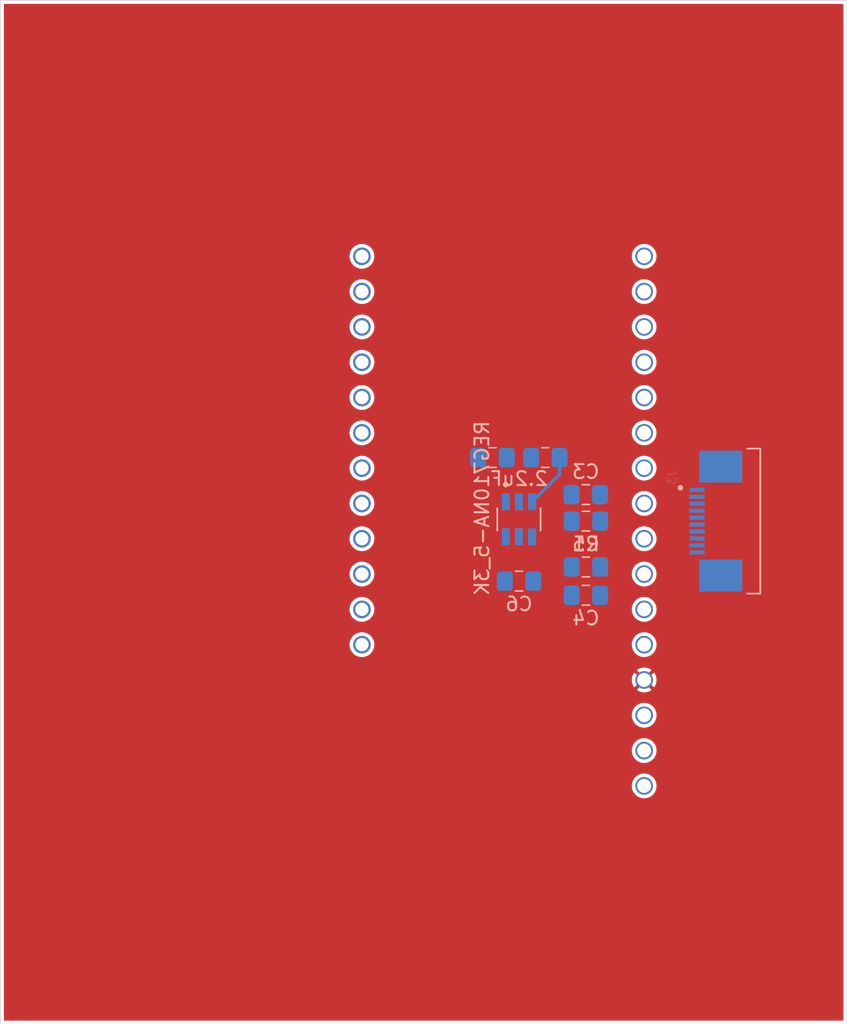
<source format=kicad_pcb>
(kicad_pcb (version 20210108) (generator pcbnew)
  (layers (0 "F.Cu" signal) (31 "B.Cu" signal) (34 "B.Paste" user) (35 "F.Paste" user) (36 "B.SilkS" user "B.Silkscreen") (37 "F.SilkS" user "F.Silkscreen") (38 "B.Mask" user) (39 "F.Mask" user) (44 "Edge.Cuts" user))
  (net 0 "")
  (net 1 "+3.3VA")
  (net 2 "/U1TXD")
  (net 3 "/U1RXD")
  (net 4 "/SPI_SDI")
  (net 5 "/SPI_SDO")
  (net 6 "/SPI_SCK")
  (net 7 "/I2S_DI")
  (net 8 "/I2S_DO")
  (net 9 "/I2S_WS")
  (net 10 "/I2S_BCK")
  (net 11 "/IO14")
  (net 12 "/IO12")
  (net 13 "GND")
  (net 14 "/ESP32-IO0")
  (net 15 "+3V3")
  (net 16 "/ESP32-EN")
  (net 17 "+BATT")
  (net 18 "/3v3A_EN")
  (net 19 "VBUS")
  (net 20 "/IO7")
  (net 21 "/IO6")
  (net 22 "/IO5")
  (net 23 "/IO4")
  (net 24 "/IO3")
  (net 25 "/IO2")
  (net 26 "/IO1")
  (net 27 "SCL")
  (net 28 "SDA")
  (net 29 "Net-(U1-Pad4)")
  (net 30 "/DISP")
  (net 31 "Net-(U1-Pad6)")
  (net 32 "Net-(R1-Pad1)")
  (net 33 "/EXTCOMIN")
  (net 34 "+5VD")
  (footprint "Footprints:RoundPinHeader_1x16" (layer "F.Cu") (at 163.195 74.295 180)
    (fp_text reference "J1" hide)
    (fp_text value "BOT" hide)
    (pad "1" thru_hole circle (at 0 0 180) (size 1.27 1.27) (drill 1) (layers *.Cu *.Mask) (net 1 "+3.3VA"))
    (pad "2" thru_hole circle (at 0 -2.54 180) (size 1.27 1.27) (drill 1) (layers *.Cu *.Mask) (net 2 "/U1TXD"))
    (pad "3" thru_hole circle (at 0 -5.08 180) (size 1.27 1.27) (drill 1) (layers *.Cu *.Mask) (net 3 "/U1RXD"))
    (pad "4" thru_hole circle (at 0 -7.62 180) (size 1.27 1.27) (drill 1) (layers *.Cu *.Mask) (net 4 "/SPI_SDI"))
    (pad "5" thru_hole circle (at 0 -10.16 180) (size 1.27 1.27) (drill 1) (layers *.Cu *.Mask) (net 5 "/SPI_SDO"))
    (pad "6" thru_hole circle (at 0 -12.7 180) (size 1.27 1.27) (drill 1) (layers *.Cu *.Mask) (net 6 "/SPI_SCK"))
    (pad "7" thru_hole circle (at 0 -15.24 180) (size 1.27 1.27) (drill 1) (layers *.Cu *.Mask) (net 7 "/I2S_DI"))
    (pad "8" thru_hole circle (at 0 -17.78 180) (size 1.27 1.27) (drill 1) (layers *.Cu *.Mask) (net 8 "/I2S_DO"))
    (pad "9" thru_hole circle (at 0 -20.32 180) (size 1.27 1.27) (drill 1) (layers *.Cu *.Mask) (net 9 "/I2S_WS"))
    (pad "10" thru_hole circle (at 0 -22.86 180) (size 1.27 1.27) (drill 1) (layers *.Cu *.Mask) (net 10 "/I2S_BCK"))
    (pad "11" thru_hole circle (at 0 -25.4 180) (size 1.27 1.27) (drill 1) (layers *.Cu *.Mask) (net 11 "/IO14"))
    (pad "12" thru_hole circle (at 0 -27.94 180) (size 1.27 1.27) (drill 1) (layers *.Cu *.Mask) (net 12 "/IO12"))
    (pad "13" thru_hole circle (at 0 -30.48 180) (size 1.27 1.27) (drill 1) (layers *.Cu *.Mask) (net 13 "GND"))
    (pad "14" thru_hole circle (at 0 -33.02 180) (size 1.27 1.27) (drill 1) (layers *.Cu *.Mask) (net 14 "/ESP32-IO0"))
    (pad "15" thru_hole circle (at 0 -35.56 180) (size 1.27 1.27) (drill 1) (layers *.Cu *.Mask) (net 15 "+3V3"))
    (pad "16" thru_hole circle (at 0 -38.1 180) (size 1.27 1.27) (drill 1) (layers *.Cu *.Mask) (net 16 "/ESP32-EN"))
  )
  (footprint "Footprints:RoundPinHeader_1x12" (layer "F.Cu") (at 142.875 102.235)
    (fp_text reference "J2" hide)
    (fp_text value "TOP" hide)
    (pad "1" thru_hole circle (at 0 0) (size 1.27 1.27) (drill 0.95) (layers *.Cu *.Mask) (net 17 "+BATT"))
    (pad "2" thru_hole circle (at 0 -2.54) (size 1.27 1.27) (drill 0.95) (layers *.Cu *.Mask) (net 18 "/3v3A_EN"))
    (pad "3" thru_hole circle (at 0 -5.08) (size 1.27 1.27) (drill 0.95) (layers *.Cu *.Mask) (net 19 "VBUS"))
    (pad "4" thru_hole circle (at 0 -7.62) (size 1.27 1.27) (drill 0.95) (layers *.Cu *.Mask) (net 20 "/IO7"))
    (pad "5" thru_hole circle (at 0 -10.16) (size 1.27 1.27) (drill 0.95) (layers *.Cu *.Mask) (net 21 "/IO6"))
    (pad "6" thru_hole circle (at 0 -12.7) (size 1.27 1.27) (drill 0.95) (layers *.Cu *.Mask) (net 22 "/IO5"))
    (pad "7" thru_hole circle (at 0 -15.24) (size 1.27 1.27) (drill 0.95) (layers *.Cu *.Mask) (net 23 "/IO4"))
    (pad "8" thru_hole circle (at 0 -17.78) (size 1.27 1.27) (drill 0.95) (layers *.Cu *.Mask) (net 24 "/IO3"))
    (pad "9" thru_hole circle (at 0 -20.32) (size 1.27 1.27) (drill 0.95) (layers *.Cu *.Mask) (net 25 "/IO2"))
    (pad "10" thru_hole circle (at 0 -22.86) (size 1.27 1.27) (drill 0.95) (layers *.Cu *.Mask) (net 26 "/IO1"))
    (pad "11" thru_hole circle (at 0 -25.4) (size 1.27 1.27) (drill 0.95) (layers *.Cu *.Mask) (net 27 "SCL"))
    (pad "12" thru_hole circle (at 0 -27.94) (size 1.27 1.27) (drill 0.95) (layers *.Cu *.Mask) (net 28 "SDA"))
  )
  (footprint "Capacitor_SMD:C_0805_2012Metric_Pad1.15x1.40mm_HandSolder" (layer "B.Cu") (at 159.004 93.345)
    (fp_text reference "C5" (at 0 1.65) (layer "B.SilkS") (effects (justify mirror)))
    (fp_text value "0.1uF")
    (fp_line (start -0.261252 -0.71) (end 0.261252 -0.71) (layer "B.SilkS") (width 0.12))
    (fp_line (start -0.261252 0.71) (end 0.261252 0.71) (layer "B.SilkS") (width 0.12))
    (pad "1" smd roundrect (at -1.025 0) (size 1.15 1.4) (layers "B.Cu" "B.Paste" "B.Mask") (roundrect_rratio 0.217391) (net 34 "+5VD"))
    (pad "2" smd roundrect (at 1.025 0) (size 1.15 1.4) (layers "B.Cu" "B.Paste" "B.Mask") (roundrect_rratio 0.217391) (net 13 "GND"))
  )
  (footprint "Capacitor_SMD:C_0805_2012Metric_Pad1.15x1.40mm_HandSolder" (layer "B.Cu") (at 154.187 97.663)
    (fp_text reference "C6" (at 0 1.65 180) (layer "B.SilkS") (effects (justify mirror)))
    (fp_text value "220uF")
    (fp_line (start -0.261252 -0.71) (end 0.261252 -0.71) (layer "B.SilkS") (width 0.12))
    (fp_line (start -0.261252 0.71) (end 0.261252 0.71) (layer "B.SilkS") (width 0.12))
    (pad "1" smd roundrect (at -1.025 0) (size 1.15 1.4) (layers "B.Cu" "B.Paste" "B.Mask") (roundrect_rratio 0.217391) (net 31 "Net-(U1-Pad6)"))
    (pad "2" smd roundrect (at 1.025 0) (size 1.15 1.4) (layers "B.Cu" "B.Paste" "B.Mask") (roundrect_rratio 0.217391) (net 29 "Net-(U1-Pad4)"))
  )
  (footprint "Footprints:TE_1-1734592-0" (layer "B.Cu") (at 167.005 93.345 -90)
    (fp_text reference "J3" (at -3.168 1.8064 -90) (layer "B.SilkS") (effects (font (size 0.64 0.64) (thickness 0.015)) (justify mirror)))
    (fp_text value "1-1734592-0")
    (fp_line (start -5.215 -4.55) (end -5.215 -3.6) (layer "B.SilkS") (width 0.127))
    (fp_line (start -5.215 -4.55) (end 5.215 -4.55) (layer "B.SilkS") (width 0.127))
    (fp_line (start 5.215 -4.55) (end 5.215 -3.6) (layer "B.SilkS") (width 0.127))
    (fp_circle (center -2.4 1.2) (end -2.3 1.2) (layer "B.SilkS") (width 0.2) (fill none))
    (pad "1" smd rect (at -2.25 0 270) (size 0.3 1.1) (layers "B.Cu" "B.Paste" "B.Mask") (net 6 "/SPI_SCK"))
    (pad "2" smd rect (at -1.75 0 270) (size 0.3 1.1) (layers "B.Cu" "B.Paste" "B.Mask") (net 4 "/SPI_SDI"))
    (pad "3" smd rect (at -1.25 0 270) (size 0.3 1.1) (layers "B.Cu" "B.Paste" "B.Mask") (net 12 "/IO12"))
    (pad "4" smd rect (at -0.75 0 270) (size 0.3 1.1) (layers "B.Cu" "B.Paste" "B.Mask") (net 33 "/EXTCOMIN"))
    (pad "5" smd rect (at -0.25 0 270) (size 0.3 1.1) (layers "B.Cu" "B.Paste" "B.Mask") (net 30 "/DISP"))
    (pad "6" smd rect (at 0.25 0 270) (size 0.3 1.1) (layers "B.Cu" "B.Paste" "B.Mask") (net 34 "+5VD"))
    (pad "7" smd rect (at 0.75 0 270) (size 0.3 1.1) (layers "B.Cu" "B.Paste" "B.Mask") (net 34 "+5VD"))
    (pad "8" smd rect (at 1.25 0 270) (size 0.3 1.1) (layers "B.Cu" "B.Paste" "B.Mask") (net 32 "Net-(R1-Pad1)"))
    (pad "9" smd rect (at 1.75 0 270) (size 0.3 1.1) (layers "B.Cu" "B.Paste" "B.Mask") (net 13 "GND"))
    (pad "10" smd rect (at 2.25 0 270) (size 0.3 1.1) (layers "B.Cu" "B.Paste" "B.Mask") (net 13 "GND"))
    (pad "S1" smd rect (at -3.92 -1.7 270) (size 2.3 3.1) (layers "B.Cu" "B.Paste" "B.Mask") (net 13 "GND"))
    (pad "S2" smd rect (at 3.92 -1.7 270) (size 2.3 3.1) (layers "B.Cu" "B.Paste" "B.Mask") (net 13 "GND"))
  )
  (footprint "Footprints:SOT95P280X145-6N" (layer "B.Cu") (at 154.178 93.218 -90)
    (fp_text reference "U1" hide)
    (fp_text value "REG710NA-5_3K" (at 5.588 2.658 90) (layer "B.SilkS") (effects (justify right mirror)))
    (fp_line (start -0.8 -1.56) (end 0.8 -1.56) (layer "B.SilkS") (width 0.127))
    (fp_line (start 0.8 1.56) (end -0.8 1.56) (layer "B.SilkS") (width 0.127))
    (fp_circle (center -2.5 0.95) (end -2.4 0.95) (layer "B.SilkS") (width 0.2) (fill none))
    (pad "1" smd rect (at -1.255 0.95 270) (size 1.21 0.58) (layers "B.Cu" "B.Paste" "B.Mask") (net 34 "+5VD"))
    (pad "2" smd rect (at -1.255 0 270) (size 1.21 0.58) (layers "B.Cu" "B.Paste" "B.Mask") (net 13 "GND"))
    (pad "3" smd rect (at -1.255 -0.95 270) (size 1.21 0.58) (layers "B.Cu" "B.Paste" "B.Mask") (net 1 "+3.3VA"))
    (pad "4" smd rect (at 1.255 -0.95 270) (size 1.21 0.58) (layers "B.Cu" "B.Paste" "B.Mask") (net 29 "Net-(U1-Pad4)"))
    (pad "5" smd rect (at 1.255 0 270) (size 1.21 0.58) (layers "B.Cu" "B.Paste" "B.Mask") (net 1 "+3.3VA"))
    (pad "6" smd rect (at 1.255 0.95 270) (size 1.21 0.58) (layers "B.Cu" "B.Paste" "B.Mask") (net 31 "Net-(U1-Pad6)"))
  )
  (footprint "Capacitor_SMD:C_0805_2012Metric_Pad1.15x1.40mm_HandSolder" (layer "B.Cu") (at 159.004 98.679)
    (fp_text reference "C4" (at 0 1.65) (layer "B.SilkS") (effects (justify mirror)))
    (fp_text value "1uF")
    (fp_line (start -0.261252 0.71) (end 0.261252 0.71) (layer "B.SilkS") (width 0.12))
    (fp_line (start -0.261252 -0.71) (end 0.261252 -0.71) (layer "B.SilkS") (width 0.12))
    (pad "1" smd roundrect (at -1.025 0) (size 1.15 1.4) (layers "B.Cu" "B.Paste" "B.Mask") (roundrect_rratio 0.217391) (net 34 "+5VD"))
    (pad "2" smd roundrect (at 1.025 0) (size 1.15 1.4) (layers "B.Cu" "B.Paste" "B.Mask") (roundrect_rratio 0.217391) (net 13 "GND"))
  )
  (footprint "Capacitor_SMD:C_0805_2012Metric_Pad1.15x1.40mm_HandSolder" (layer "B.Cu") (at 158.995 91.44 180)
    (fp_text reference "C3" (at 0 1.65) (layer "B.SilkS") (effects (justify mirror)))
    (fp_text value "0.1uF")
    (fp_line (start -0.261252 -0.71) (end 0.261252 -0.71) (layer "B.SilkS") (width 0.12))
    (fp_line (start -0.261252 0.71) (end 0.261252 0.71) (layer "B.SilkS") (width 0.12))
    (pad "1" smd roundrect (at -1.025 0 180) (size 1.15 1.4) (layers "B.Cu" "B.Paste" "B.Mask") (roundrect_rratio 0.217391) (net 30 "/DISP"))
    (pad "2" smd roundrect (at 1.025 0 180) (size 1.15 1.4) (layers "B.Cu" "B.Paste" "B.Mask") (roundrect_rratio 0.217391) (net 13 "GND"))
  )
  (footprint "Resistor_SMD:R_0805_2012Metric_Pad1.15x1.40mm_HandSolder" (layer "B.Cu") (at 159.004 96.647 180)
    (fp_text reference "R1" (at 0 1.65) (layer "B.SilkS") (effects (justify mirror)))
    (fp_text value "10k")
    (fp_line (start -0.261252 -0.71) (end 0.261252 -0.71) (layer "B.SilkS") (width 0.12))
    (fp_line (start -0.261252 0.71) (end 0.261252 0.71) (layer "B.SilkS") (width 0.12))
    (pad "1" smd roundrect (at -1.025 0 180) (size 1.15 1.4) (layers "B.Cu" "B.Paste" "B.Mask") (roundrect_rratio 0.217391) (net 32 "Net-(R1-Pad1)"))
    (pad "2" smd roundrect (at 1.025 0 180) (size 1.15 1.4) (layers "B.Cu" "B.Paste" "B.Mask") (roundrect_rratio 0.217391) (net 13 "GND"))
  )
  (footprint "Capacitor_SMD:C_0805_2012Metric_Pad1.15x1.40mm_HandSolder" (layer "B.Cu") (at 152.273 88.773)
    (fp_text reference "C2" hide)
    (fp_text value "2.2uF" hide)
    (fp_line (start -0.261252 0.71) (end 0.261252 0.71) (layer "B.SilkS") (width 0.12))
    (fp_line (start -0.261252 -0.71) (end 0.261252 -0.71) (layer "B.SilkS") (width 0.12))
    (pad "1" smd roundrect (at -1.025 0) (size 1.15 1.4) (layers "B.Cu" "B.Paste" "B.Mask") (roundrect_rratio 0.217391) (net 34 "+5VD"))
    (pad "2" smd roundrect (at 1.025 0) (size 1.15 1.4) (layers "B.Cu" "B.Paste" "B.Mask") (roundrect_rratio 0.217391) (net 13 "GND"))
  )
  (footprint "Capacitor_SMD:C_0805_2012Metric_Pad1.15x1.40mm_HandSolder" (layer "B.Cu") (at 156.083 88.773 180)
    (fp_text reference "C1" hide)
    (fp_text value "2.2uF" (at 1.896 -1.524) (layer "B.SilkS") (effects (justify mirror)))
    (fp_line (start -0.261252 -0.71) (end 0.261252 -0.71) (layer "B.SilkS") (width 0.12))
    (fp_line (start -0.261252 0.71) (end 0.261252 0.71) (layer "B.SilkS") (width 0.12))
    (pad "1" smd roundrect (at -1.025 0 180) (size 1.15 1.4) (layers "B.Cu" "B.Paste" "B.Mask") (roundrect_rratio 0.217391) (net 1 "+3.3VA"))
    (pad "2" smd roundrect (at 1.025 0 180) (size 1.15 1.4) (layers "B.Cu" "B.Paste" "B.Mask") (roundrect_rratio 0.217391) (net 13 "GND"))
  )
  (gr_line (start 177.8 55.88) (end 177.8 129.54) (layer "Edge.Cuts") (width 0.05))
  (gr_line (start 177.8 129.54) (end 116.84 129.54) (layer "Edge.Cuts") (width 0.05))
  (gr_line (start 116.84 129.54) (end 116.84 55.88) (layer "Edge.Cuts") (width 0.05))
  (gr_line (start 116.84 55.88) (end 177.8 55.88) (layer "Edge.Cuts") (width 0.05))
  (segment (start 157.108 89.983) (end 155.128 91.963) (width 0.25) (layer "B.Cu") (net 1))
  (segment (start 157.108 88.773) (end 157.108 89.983) (width 0.25) (layer "B.Cu") (net 1))
  (zone (net 13) (net_name "GND") (layer "F.Cu") (connect_pads (clearance 0.254)) (min_thickness 0.127) (fill yes (thermal_gap 0.254) (thermal_bridge_width 0.254))
    (polygon (pts (xy 177.8 129.54) (xy 116.84 129.54) (xy 116.84 55.88) (xy 177.8 55.88)))
  )
)
</source>
